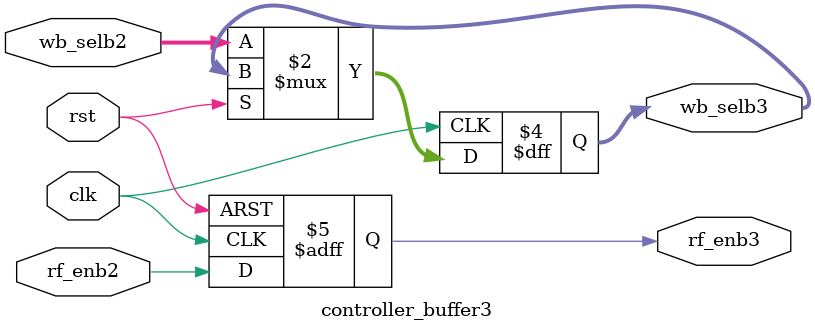
<source format=sv>
module controller_buffer3
(
    input  logic        clk,
    input  logic        rst,

       
    input logic [1:0] wb_selb2,
    input logic rf_enb2,

    output logic [1:0] wb_selb3,
    output logic rf_enb3

    
);
    always_ff @(posedge clk or posedge rst)
    begin
        if (rst)
            rf_enb3 <= 0;
        else begin
            rf_enb3 <= rf_enb2;
            wb_selb3 <= wb_selb2;
        end
            
    end
endmodule
</source>
